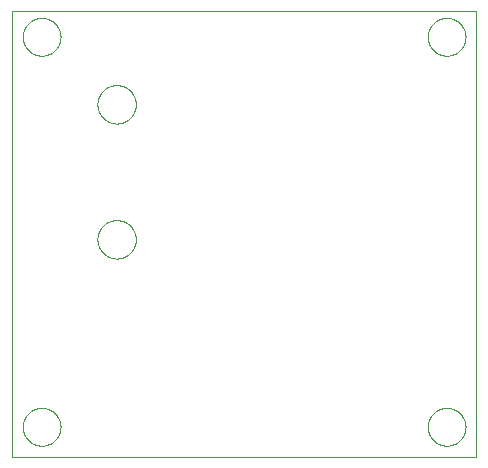
<source format=gko>
G75*
%MOIN*%
%OFA0B0*%
%FSLAX25Y25*%
%IPPOS*%
%LPD*%
%AMOC8*
5,1,8,0,0,1.08239X$1,22.5*
%
%ADD10C,0.00000*%
D10*
X0011210Y0003520D02*
X0011210Y0152220D01*
X0166131Y0152220D01*
X0166131Y0003520D01*
X0011210Y0003520D01*
X0014911Y0013520D02*
X0014913Y0013678D01*
X0014919Y0013836D01*
X0014929Y0013994D01*
X0014943Y0014152D01*
X0014961Y0014309D01*
X0014982Y0014466D01*
X0015008Y0014622D01*
X0015038Y0014778D01*
X0015071Y0014933D01*
X0015109Y0015086D01*
X0015150Y0015239D01*
X0015195Y0015391D01*
X0015244Y0015542D01*
X0015297Y0015691D01*
X0015353Y0015839D01*
X0015413Y0015985D01*
X0015477Y0016130D01*
X0015545Y0016273D01*
X0015616Y0016415D01*
X0015690Y0016555D01*
X0015768Y0016692D01*
X0015850Y0016828D01*
X0015934Y0016962D01*
X0016023Y0017093D01*
X0016114Y0017222D01*
X0016209Y0017349D01*
X0016306Y0017474D01*
X0016407Y0017596D01*
X0016511Y0017715D01*
X0016618Y0017832D01*
X0016728Y0017946D01*
X0016841Y0018057D01*
X0016956Y0018166D01*
X0017074Y0018271D01*
X0017195Y0018373D01*
X0017318Y0018473D01*
X0017444Y0018569D01*
X0017572Y0018662D01*
X0017702Y0018752D01*
X0017835Y0018838D01*
X0017970Y0018922D01*
X0018106Y0019001D01*
X0018245Y0019078D01*
X0018386Y0019150D01*
X0018528Y0019220D01*
X0018672Y0019285D01*
X0018818Y0019347D01*
X0018965Y0019405D01*
X0019114Y0019460D01*
X0019264Y0019511D01*
X0019415Y0019558D01*
X0019567Y0019601D01*
X0019720Y0019640D01*
X0019875Y0019676D01*
X0020030Y0019707D01*
X0020186Y0019735D01*
X0020342Y0019759D01*
X0020499Y0019779D01*
X0020657Y0019795D01*
X0020814Y0019807D01*
X0020973Y0019815D01*
X0021131Y0019819D01*
X0021289Y0019819D01*
X0021447Y0019815D01*
X0021606Y0019807D01*
X0021763Y0019795D01*
X0021921Y0019779D01*
X0022078Y0019759D01*
X0022234Y0019735D01*
X0022390Y0019707D01*
X0022545Y0019676D01*
X0022700Y0019640D01*
X0022853Y0019601D01*
X0023005Y0019558D01*
X0023156Y0019511D01*
X0023306Y0019460D01*
X0023455Y0019405D01*
X0023602Y0019347D01*
X0023748Y0019285D01*
X0023892Y0019220D01*
X0024034Y0019150D01*
X0024175Y0019078D01*
X0024314Y0019001D01*
X0024450Y0018922D01*
X0024585Y0018838D01*
X0024718Y0018752D01*
X0024848Y0018662D01*
X0024976Y0018569D01*
X0025102Y0018473D01*
X0025225Y0018373D01*
X0025346Y0018271D01*
X0025464Y0018166D01*
X0025579Y0018057D01*
X0025692Y0017946D01*
X0025802Y0017832D01*
X0025909Y0017715D01*
X0026013Y0017596D01*
X0026114Y0017474D01*
X0026211Y0017349D01*
X0026306Y0017222D01*
X0026397Y0017093D01*
X0026486Y0016962D01*
X0026570Y0016828D01*
X0026652Y0016692D01*
X0026730Y0016555D01*
X0026804Y0016415D01*
X0026875Y0016273D01*
X0026943Y0016130D01*
X0027007Y0015985D01*
X0027067Y0015839D01*
X0027123Y0015691D01*
X0027176Y0015542D01*
X0027225Y0015391D01*
X0027270Y0015239D01*
X0027311Y0015086D01*
X0027349Y0014933D01*
X0027382Y0014778D01*
X0027412Y0014622D01*
X0027438Y0014466D01*
X0027459Y0014309D01*
X0027477Y0014152D01*
X0027491Y0013994D01*
X0027501Y0013836D01*
X0027507Y0013678D01*
X0027509Y0013520D01*
X0027507Y0013362D01*
X0027501Y0013204D01*
X0027491Y0013046D01*
X0027477Y0012888D01*
X0027459Y0012731D01*
X0027438Y0012574D01*
X0027412Y0012418D01*
X0027382Y0012262D01*
X0027349Y0012107D01*
X0027311Y0011954D01*
X0027270Y0011801D01*
X0027225Y0011649D01*
X0027176Y0011498D01*
X0027123Y0011349D01*
X0027067Y0011201D01*
X0027007Y0011055D01*
X0026943Y0010910D01*
X0026875Y0010767D01*
X0026804Y0010625D01*
X0026730Y0010485D01*
X0026652Y0010348D01*
X0026570Y0010212D01*
X0026486Y0010078D01*
X0026397Y0009947D01*
X0026306Y0009818D01*
X0026211Y0009691D01*
X0026114Y0009566D01*
X0026013Y0009444D01*
X0025909Y0009325D01*
X0025802Y0009208D01*
X0025692Y0009094D01*
X0025579Y0008983D01*
X0025464Y0008874D01*
X0025346Y0008769D01*
X0025225Y0008667D01*
X0025102Y0008567D01*
X0024976Y0008471D01*
X0024848Y0008378D01*
X0024718Y0008288D01*
X0024585Y0008202D01*
X0024450Y0008118D01*
X0024314Y0008039D01*
X0024175Y0007962D01*
X0024034Y0007890D01*
X0023892Y0007820D01*
X0023748Y0007755D01*
X0023602Y0007693D01*
X0023455Y0007635D01*
X0023306Y0007580D01*
X0023156Y0007529D01*
X0023005Y0007482D01*
X0022853Y0007439D01*
X0022700Y0007400D01*
X0022545Y0007364D01*
X0022390Y0007333D01*
X0022234Y0007305D01*
X0022078Y0007281D01*
X0021921Y0007261D01*
X0021763Y0007245D01*
X0021606Y0007233D01*
X0021447Y0007225D01*
X0021289Y0007221D01*
X0021131Y0007221D01*
X0020973Y0007225D01*
X0020814Y0007233D01*
X0020657Y0007245D01*
X0020499Y0007261D01*
X0020342Y0007281D01*
X0020186Y0007305D01*
X0020030Y0007333D01*
X0019875Y0007364D01*
X0019720Y0007400D01*
X0019567Y0007439D01*
X0019415Y0007482D01*
X0019264Y0007529D01*
X0019114Y0007580D01*
X0018965Y0007635D01*
X0018818Y0007693D01*
X0018672Y0007755D01*
X0018528Y0007820D01*
X0018386Y0007890D01*
X0018245Y0007962D01*
X0018106Y0008039D01*
X0017970Y0008118D01*
X0017835Y0008202D01*
X0017702Y0008288D01*
X0017572Y0008378D01*
X0017444Y0008471D01*
X0017318Y0008567D01*
X0017195Y0008667D01*
X0017074Y0008769D01*
X0016956Y0008874D01*
X0016841Y0008983D01*
X0016728Y0009094D01*
X0016618Y0009208D01*
X0016511Y0009325D01*
X0016407Y0009444D01*
X0016306Y0009566D01*
X0016209Y0009691D01*
X0016114Y0009818D01*
X0016023Y0009947D01*
X0015934Y0010078D01*
X0015850Y0010212D01*
X0015768Y0010348D01*
X0015690Y0010485D01*
X0015616Y0010625D01*
X0015545Y0010767D01*
X0015477Y0010910D01*
X0015413Y0011055D01*
X0015353Y0011201D01*
X0015297Y0011349D01*
X0015244Y0011498D01*
X0015195Y0011649D01*
X0015150Y0011801D01*
X0015109Y0011954D01*
X0015071Y0012107D01*
X0015038Y0012262D01*
X0015008Y0012418D01*
X0014982Y0012574D01*
X0014961Y0012731D01*
X0014943Y0012888D01*
X0014929Y0013046D01*
X0014919Y0013204D01*
X0014913Y0013362D01*
X0014911Y0013520D01*
X0039812Y0076020D02*
X0039814Y0076180D01*
X0039820Y0076339D01*
X0039830Y0076498D01*
X0039844Y0076657D01*
X0039862Y0076816D01*
X0039883Y0076974D01*
X0039909Y0077131D01*
X0039939Y0077288D01*
X0039972Y0077444D01*
X0040010Y0077599D01*
X0040051Y0077753D01*
X0040096Y0077906D01*
X0040145Y0078058D01*
X0040198Y0078208D01*
X0040254Y0078357D01*
X0040314Y0078505D01*
X0040378Y0078651D01*
X0040446Y0078796D01*
X0040517Y0078939D01*
X0040591Y0079080D01*
X0040669Y0079219D01*
X0040751Y0079356D01*
X0040836Y0079491D01*
X0040924Y0079624D01*
X0041015Y0079755D01*
X0041110Y0079883D01*
X0041208Y0080009D01*
X0041309Y0080133D01*
X0041413Y0080253D01*
X0041520Y0080372D01*
X0041630Y0080487D01*
X0041743Y0080600D01*
X0041858Y0080710D01*
X0041977Y0080817D01*
X0042097Y0080921D01*
X0042221Y0081022D01*
X0042347Y0081120D01*
X0042475Y0081215D01*
X0042606Y0081306D01*
X0042739Y0081394D01*
X0042874Y0081479D01*
X0043011Y0081561D01*
X0043150Y0081639D01*
X0043291Y0081713D01*
X0043434Y0081784D01*
X0043579Y0081852D01*
X0043725Y0081916D01*
X0043873Y0081976D01*
X0044022Y0082032D01*
X0044172Y0082085D01*
X0044324Y0082134D01*
X0044477Y0082179D01*
X0044631Y0082220D01*
X0044786Y0082258D01*
X0044942Y0082291D01*
X0045099Y0082321D01*
X0045256Y0082347D01*
X0045414Y0082368D01*
X0045573Y0082386D01*
X0045732Y0082400D01*
X0045891Y0082410D01*
X0046050Y0082416D01*
X0046210Y0082418D01*
X0046370Y0082416D01*
X0046529Y0082410D01*
X0046688Y0082400D01*
X0046847Y0082386D01*
X0047006Y0082368D01*
X0047164Y0082347D01*
X0047321Y0082321D01*
X0047478Y0082291D01*
X0047634Y0082258D01*
X0047789Y0082220D01*
X0047943Y0082179D01*
X0048096Y0082134D01*
X0048248Y0082085D01*
X0048398Y0082032D01*
X0048547Y0081976D01*
X0048695Y0081916D01*
X0048841Y0081852D01*
X0048986Y0081784D01*
X0049129Y0081713D01*
X0049270Y0081639D01*
X0049409Y0081561D01*
X0049546Y0081479D01*
X0049681Y0081394D01*
X0049814Y0081306D01*
X0049945Y0081215D01*
X0050073Y0081120D01*
X0050199Y0081022D01*
X0050323Y0080921D01*
X0050443Y0080817D01*
X0050562Y0080710D01*
X0050677Y0080600D01*
X0050790Y0080487D01*
X0050900Y0080372D01*
X0051007Y0080253D01*
X0051111Y0080133D01*
X0051212Y0080009D01*
X0051310Y0079883D01*
X0051405Y0079755D01*
X0051496Y0079624D01*
X0051584Y0079491D01*
X0051669Y0079356D01*
X0051751Y0079219D01*
X0051829Y0079080D01*
X0051903Y0078939D01*
X0051974Y0078796D01*
X0052042Y0078651D01*
X0052106Y0078505D01*
X0052166Y0078357D01*
X0052222Y0078208D01*
X0052275Y0078058D01*
X0052324Y0077906D01*
X0052369Y0077753D01*
X0052410Y0077599D01*
X0052448Y0077444D01*
X0052481Y0077288D01*
X0052511Y0077131D01*
X0052537Y0076974D01*
X0052558Y0076816D01*
X0052576Y0076657D01*
X0052590Y0076498D01*
X0052600Y0076339D01*
X0052606Y0076180D01*
X0052608Y0076020D01*
X0052606Y0075860D01*
X0052600Y0075701D01*
X0052590Y0075542D01*
X0052576Y0075383D01*
X0052558Y0075224D01*
X0052537Y0075066D01*
X0052511Y0074909D01*
X0052481Y0074752D01*
X0052448Y0074596D01*
X0052410Y0074441D01*
X0052369Y0074287D01*
X0052324Y0074134D01*
X0052275Y0073982D01*
X0052222Y0073832D01*
X0052166Y0073683D01*
X0052106Y0073535D01*
X0052042Y0073389D01*
X0051974Y0073244D01*
X0051903Y0073101D01*
X0051829Y0072960D01*
X0051751Y0072821D01*
X0051669Y0072684D01*
X0051584Y0072549D01*
X0051496Y0072416D01*
X0051405Y0072285D01*
X0051310Y0072157D01*
X0051212Y0072031D01*
X0051111Y0071907D01*
X0051007Y0071787D01*
X0050900Y0071668D01*
X0050790Y0071553D01*
X0050677Y0071440D01*
X0050562Y0071330D01*
X0050443Y0071223D01*
X0050323Y0071119D01*
X0050199Y0071018D01*
X0050073Y0070920D01*
X0049945Y0070825D01*
X0049814Y0070734D01*
X0049681Y0070646D01*
X0049546Y0070561D01*
X0049409Y0070479D01*
X0049270Y0070401D01*
X0049129Y0070327D01*
X0048986Y0070256D01*
X0048841Y0070188D01*
X0048695Y0070124D01*
X0048547Y0070064D01*
X0048398Y0070008D01*
X0048248Y0069955D01*
X0048096Y0069906D01*
X0047943Y0069861D01*
X0047789Y0069820D01*
X0047634Y0069782D01*
X0047478Y0069749D01*
X0047321Y0069719D01*
X0047164Y0069693D01*
X0047006Y0069672D01*
X0046847Y0069654D01*
X0046688Y0069640D01*
X0046529Y0069630D01*
X0046370Y0069624D01*
X0046210Y0069622D01*
X0046050Y0069624D01*
X0045891Y0069630D01*
X0045732Y0069640D01*
X0045573Y0069654D01*
X0045414Y0069672D01*
X0045256Y0069693D01*
X0045099Y0069719D01*
X0044942Y0069749D01*
X0044786Y0069782D01*
X0044631Y0069820D01*
X0044477Y0069861D01*
X0044324Y0069906D01*
X0044172Y0069955D01*
X0044022Y0070008D01*
X0043873Y0070064D01*
X0043725Y0070124D01*
X0043579Y0070188D01*
X0043434Y0070256D01*
X0043291Y0070327D01*
X0043150Y0070401D01*
X0043011Y0070479D01*
X0042874Y0070561D01*
X0042739Y0070646D01*
X0042606Y0070734D01*
X0042475Y0070825D01*
X0042347Y0070920D01*
X0042221Y0071018D01*
X0042097Y0071119D01*
X0041977Y0071223D01*
X0041858Y0071330D01*
X0041743Y0071440D01*
X0041630Y0071553D01*
X0041520Y0071668D01*
X0041413Y0071787D01*
X0041309Y0071907D01*
X0041208Y0072031D01*
X0041110Y0072157D01*
X0041015Y0072285D01*
X0040924Y0072416D01*
X0040836Y0072549D01*
X0040751Y0072684D01*
X0040669Y0072821D01*
X0040591Y0072960D01*
X0040517Y0073101D01*
X0040446Y0073244D01*
X0040378Y0073389D01*
X0040314Y0073535D01*
X0040254Y0073683D01*
X0040198Y0073832D01*
X0040145Y0073982D01*
X0040096Y0074134D01*
X0040051Y0074287D01*
X0040010Y0074441D01*
X0039972Y0074596D01*
X0039939Y0074752D01*
X0039909Y0074909D01*
X0039883Y0075066D01*
X0039862Y0075224D01*
X0039844Y0075383D01*
X0039830Y0075542D01*
X0039820Y0075701D01*
X0039814Y0075860D01*
X0039812Y0076020D01*
X0039812Y0121020D02*
X0039814Y0121180D01*
X0039820Y0121339D01*
X0039830Y0121498D01*
X0039844Y0121657D01*
X0039862Y0121816D01*
X0039883Y0121974D01*
X0039909Y0122131D01*
X0039939Y0122288D01*
X0039972Y0122444D01*
X0040010Y0122599D01*
X0040051Y0122753D01*
X0040096Y0122906D01*
X0040145Y0123058D01*
X0040198Y0123208D01*
X0040254Y0123357D01*
X0040314Y0123505D01*
X0040378Y0123651D01*
X0040446Y0123796D01*
X0040517Y0123939D01*
X0040591Y0124080D01*
X0040669Y0124219D01*
X0040751Y0124356D01*
X0040836Y0124491D01*
X0040924Y0124624D01*
X0041015Y0124755D01*
X0041110Y0124883D01*
X0041208Y0125009D01*
X0041309Y0125133D01*
X0041413Y0125253D01*
X0041520Y0125372D01*
X0041630Y0125487D01*
X0041743Y0125600D01*
X0041858Y0125710D01*
X0041977Y0125817D01*
X0042097Y0125921D01*
X0042221Y0126022D01*
X0042347Y0126120D01*
X0042475Y0126215D01*
X0042606Y0126306D01*
X0042739Y0126394D01*
X0042874Y0126479D01*
X0043011Y0126561D01*
X0043150Y0126639D01*
X0043291Y0126713D01*
X0043434Y0126784D01*
X0043579Y0126852D01*
X0043725Y0126916D01*
X0043873Y0126976D01*
X0044022Y0127032D01*
X0044172Y0127085D01*
X0044324Y0127134D01*
X0044477Y0127179D01*
X0044631Y0127220D01*
X0044786Y0127258D01*
X0044942Y0127291D01*
X0045099Y0127321D01*
X0045256Y0127347D01*
X0045414Y0127368D01*
X0045573Y0127386D01*
X0045732Y0127400D01*
X0045891Y0127410D01*
X0046050Y0127416D01*
X0046210Y0127418D01*
X0046370Y0127416D01*
X0046529Y0127410D01*
X0046688Y0127400D01*
X0046847Y0127386D01*
X0047006Y0127368D01*
X0047164Y0127347D01*
X0047321Y0127321D01*
X0047478Y0127291D01*
X0047634Y0127258D01*
X0047789Y0127220D01*
X0047943Y0127179D01*
X0048096Y0127134D01*
X0048248Y0127085D01*
X0048398Y0127032D01*
X0048547Y0126976D01*
X0048695Y0126916D01*
X0048841Y0126852D01*
X0048986Y0126784D01*
X0049129Y0126713D01*
X0049270Y0126639D01*
X0049409Y0126561D01*
X0049546Y0126479D01*
X0049681Y0126394D01*
X0049814Y0126306D01*
X0049945Y0126215D01*
X0050073Y0126120D01*
X0050199Y0126022D01*
X0050323Y0125921D01*
X0050443Y0125817D01*
X0050562Y0125710D01*
X0050677Y0125600D01*
X0050790Y0125487D01*
X0050900Y0125372D01*
X0051007Y0125253D01*
X0051111Y0125133D01*
X0051212Y0125009D01*
X0051310Y0124883D01*
X0051405Y0124755D01*
X0051496Y0124624D01*
X0051584Y0124491D01*
X0051669Y0124356D01*
X0051751Y0124219D01*
X0051829Y0124080D01*
X0051903Y0123939D01*
X0051974Y0123796D01*
X0052042Y0123651D01*
X0052106Y0123505D01*
X0052166Y0123357D01*
X0052222Y0123208D01*
X0052275Y0123058D01*
X0052324Y0122906D01*
X0052369Y0122753D01*
X0052410Y0122599D01*
X0052448Y0122444D01*
X0052481Y0122288D01*
X0052511Y0122131D01*
X0052537Y0121974D01*
X0052558Y0121816D01*
X0052576Y0121657D01*
X0052590Y0121498D01*
X0052600Y0121339D01*
X0052606Y0121180D01*
X0052608Y0121020D01*
X0052606Y0120860D01*
X0052600Y0120701D01*
X0052590Y0120542D01*
X0052576Y0120383D01*
X0052558Y0120224D01*
X0052537Y0120066D01*
X0052511Y0119909D01*
X0052481Y0119752D01*
X0052448Y0119596D01*
X0052410Y0119441D01*
X0052369Y0119287D01*
X0052324Y0119134D01*
X0052275Y0118982D01*
X0052222Y0118832D01*
X0052166Y0118683D01*
X0052106Y0118535D01*
X0052042Y0118389D01*
X0051974Y0118244D01*
X0051903Y0118101D01*
X0051829Y0117960D01*
X0051751Y0117821D01*
X0051669Y0117684D01*
X0051584Y0117549D01*
X0051496Y0117416D01*
X0051405Y0117285D01*
X0051310Y0117157D01*
X0051212Y0117031D01*
X0051111Y0116907D01*
X0051007Y0116787D01*
X0050900Y0116668D01*
X0050790Y0116553D01*
X0050677Y0116440D01*
X0050562Y0116330D01*
X0050443Y0116223D01*
X0050323Y0116119D01*
X0050199Y0116018D01*
X0050073Y0115920D01*
X0049945Y0115825D01*
X0049814Y0115734D01*
X0049681Y0115646D01*
X0049546Y0115561D01*
X0049409Y0115479D01*
X0049270Y0115401D01*
X0049129Y0115327D01*
X0048986Y0115256D01*
X0048841Y0115188D01*
X0048695Y0115124D01*
X0048547Y0115064D01*
X0048398Y0115008D01*
X0048248Y0114955D01*
X0048096Y0114906D01*
X0047943Y0114861D01*
X0047789Y0114820D01*
X0047634Y0114782D01*
X0047478Y0114749D01*
X0047321Y0114719D01*
X0047164Y0114693D01*
X0047006Y0114672D01*
X0046847Y0114654D01*
X0046688Y0114640D01*
X0046529Y0114630D01*
X0046370Y0114624D01*
X0046210Y0114622D01*
X0046050Y0114624D01*
X0045891Y0114630D01*
X0045732Y0114640D01*
X0045573Y0114654D01*
X0045414Y0114672D01*
X0045256Y0114693D01*
X0045099Y0114719D01*
X0044942Y0114749D01*
X0044786Y0114782D01*
X0044631Y0114820D01*
X0044477Y0114861D01*
X0044324Y0114906D01*
X0044172Y0114955D01*
X0044022Y0115008D01*
X0043873Y0115064D01*
X0043725Y0115124D01*
X0043579Y0115188D01*
X0043434Y0115256D01*
X0043291Y0115327D01*
X0043150Y0115401D01*
X0043011Y0115479D01*
X0042874Y0115561D01*
X0042739Y0115646D01*
X0042606Y0115734D01*
X0042475Y0115825D01*
X0042347Y0115920D01*
X0042221Y0116018D01*
X0042097Y0116119D01*
X0041977Y0116223D01*
X0041858Y0116330D01*
X0041743Y0116440D01*
X0041630Y0116553D01*
X0041520Y0116668D01*
X0041413Y0116787D01*
X0041309Y0116907D01*
X0041208Y0117031D01*
X0041110Y0117157D01*
X0041015Y0117285D01*
X0040924Y0117416D01*
X0040836Y0117549D01*
X0040751Y0117684D01*
X0040669Y0117821D01*
X0040591Y0117960D01*
X0040517Y0118101D01*
X0040446Y0118244D01*
X0040378Y0118389D01*
X0040314Y0118535D01*
X0040254Y0118683D01*
X0040198Y0118832D01*
X0040145Y0118982D01*
X0040096Y0119134D01*
X0040051Y0119287D01*
X0040010Y0119441D01*
X0039972Y0119596D01*
X0039939Y0119752D01*
X0039909Y0119909D01*
X0039883Y0120066D01*
X0039862Y0120224D01*
X0039844Y0120383D01*
X0039830Y0120542D01*
X0039820Y0120701D01*
X0039814Y0120860D01*
X0039812Y0121020D01*
X0014911Y0143520D02*
X0014913Y0143678D01*
X0014919Y0143836D01*
X0014929Y0143994D01*
X0014943Y0144152D01*
X0014961Y0144309D01*
X0014982Y0144466D01*
X0015008Y0144622D01*
X0015038Y0144778D01*
X0015071Y0144933D01*
X0015109Y0145086D01*
X0015150Y0145239D01*
X0015195Y0145391D01*
X0015244Y0145542D01*
X0015297Y0145691D01*
X0015353Y0145839D01*
X0015413Y0145985D01*
X0015477Y0146130D01*
X0015545Y0146273D01*
X0015616Y0146415D01*
X0015690Y0146555D01*
X0015768Y0146692D01*
X0015850Y0146828D01*
X0015934Y0146962D01*
X0016023Y0147093D01*
X0016114Y0147222D01*
X0016209Y0147349D01*
X0016306Y0147474D01*
X0016407Y0147596D01*
X0016511Y0147715D01*
X0016618Y0147832D01*
X0016728Y0147946D01*
X0016841Y0148057D01*
X0016956Y0148166D01*
X0017074Y0148271D01*
X0017195Y0148373D01*
X0017318Y0148473D01*
X0017444Y0148569D01*
X0017572Y0148662D01*
X0017702Y0148752D01*
X0017835Y0148838D01*
X0017970Y0148922D01*
X0018106Y0149001D01*
X0018245Y0149078D01*
X0018386Y0149150D01*
X0018528Y0149220D01*
X0018672Y0149285D01*
X0018818Y0149347D01*
X0018965Y0149405D01*
X0019114Y0149460D01*
X0019264Y0149511D01*
X0019415Y0149558D01*
X0019567Y0149601D01*
X0019720Y0149640D01*
X0019875Y0149676D01*
X0020030Y0149707D01*
X0020186Y0149735D01*
X0020342Y0149759D01*
X0020499Y0149779D01*
X0020657Y0149795D01*
X0020814Y0149807D01*
X0020973Y0149815D01*
X0021131Y0149819D01*
X0021289Y0149819D01*
X0021447Y0149815D01*
X0021606Y0149807D01*
X0021763Y0149795D01*
X0021921Y0149779D01*
X0022078Y0149759D01*
X0022234Y0149735D01*
X0022390Y0149707D01*
X0022545Y0149676D01*
X0022700Y0149640D01*
X0022853Y0149601D01*
X0023005Y0149558D01*
X0023156Y0149511D01*
X0023306Y0149460D01*
X0023455Y0149405D01*
X0023602Y0149347D01*
X0023748Y0149285D01*
X0023892Y0149220D01*
X0024034Y0149150D01*
X0024175Y0149078D01*
X0024314Y0149001D01*
X0024450Y0148922D01*
X0024585Y0148838D01*
X0024718Y0148752D01*
X0024848Y0148662D01*
X0024976Y0148569D01*
X0025102Y0148473D01*
X0025225Y0148373D01*
X0025346Y0148271D01*
X0025464Y0148166D01*
X0025579Y0148057D01*
X0025692Y0147946D01*
X0025802Y0147832D01*
X0025909Y0147715D01*
X0026013Y0147596D01*
X0026114Y0147474D01*
X0026211Y0147349D01*
X0026306Y0147222D01*
X0026397Y0147093D01*
X0026486Y0146962D01*
X0026570Y0146828D01*
X0026652Y0146692D01*
X0026730Y0146555D01*
X0026804Y0146415D01*
X0026875Y0146273D01*
X0026943Y0146130D01*
X0027007Y0145985D01*
X0027067Y0145839D01*
X0027123Y0145691D01*
X0027176Y0145542D01*
X0027225Y0145391D01*
X0027270Y0145239D01*
X0027311Y0145086D01*
X0027349Y0144933D01*
X0027382Y0144778D01*
X0027412Y0144622D01*
X0027438Y0144466D01*
X0027459Y0144309D01*
X0027477Y0144152D01*
X0027491Y0143994D01*
X0027501Y0143836D01*
X0027507Y0143678D01*
X0027509Y0143520D01*
X0027507Y0143362D01*
X0027501Y0143204D01*
X0027491Y0143046D01*
X0027477Y0142888D01*
X0027459Y0142731D01*
X0027438Y0142574D01*
X0027412Y0142418D01*
X0027382Y0142262D01*
X0027349Y0142107D01*
X0027311Y0141954D01*
X0027270Y0141801D01*
X0027225Y0141649D01*
X0027176Y0141498D01*
X0027123Y0141349D01*
X0027067Y0141201D01*
X0027007Y0141055D01*
X0026943Y0140910D01*
X0026875Y0140767D01*
X0026804Y0140625D01*
X0026730Y0140485D01*
X0026652Y0140348D01*
X0026570Y0140212D01*
X0026486Y0140078D01*
X0026397Y0139947D01*
X0026306Y0139818D01*
X0026211Y0139691D01*
X0026114Y0139566D01*
X0026013Y0139444D01*
X0025909Y0139325D01*
X0025802Y0139208D01*
X0025692Y0139094D01*
X0025579Y0138983D01*
X0025464Y0138874D01*
X0025346Y0138769D01*
X0025225Y0138667D01*
X0025102Y0138567D01*
X0024976Y0138471D01*
X0024848Y0138378D01*
X0024718Y0138288D01*
X0024585Y0138202D01*
X0024450Y0138118D01*
X0024314Y0138039D01*
X0024175Y0137962D01*
X0024034Y0137890D01*
X0023892Y0137820D01*
X0023748Y0137755D01*
X0023602Y0137693D01*
X0023455Y0137635D01*
X0023306Y0137580D01*
X0023156Y0137529D01*
X0023005Y0137482D01*
X0022853Y0137439D01*
X0022700Y0137400D01*
X0022545Y0137364D01*
X0022390Y0137333D01*
X0022234Y0137305D01*
X0022078Y0137281D01*
X0021921Y0137261D01*
X0021763Y0137245D01*
X0021606Y0137233D01*
X0021447Y0137225D01*
X0021289Y0137221D01*
X0021131Y0137221D01*
X0020973Y0137225D01*
X0020814Y0137233D01*
X0020657Y0137245D01*
X0020499Y0137261D01*
X0020342Y0137281D01*
X0020186Y0137305D01*
X0020030Y0137333D01*
X0019875Y0137364D01*
X0019720Y0137400D01*
X0019567Y0137439D01*
X0019415Y0137482D01*
X0019264Y0137529D01*
X0019114Y0137580D01*
X0018965Y0137635D01*
X0018818Y0137693D01*
X0018672Y0137755D01*
X0018528Y0137820D01*
X0018386Y0137890D01*
X0018245Y0137962D01*
X0018106Y0138039D01*
X0017970Y0138118D01*
X0017835Y0138202D01*
X0017702Y0138288D01*
X0017572Y0138378D01*
X0017444Y0138471D01*
X0017318Y0138567D01*
X0017195Y0138667D01*
X0017074Y0138769D01*
X0016956Y0138874D01*
X0016841Y0138983D01*
X0016728Y0139094D01*
X0016618Y0139208D01*
X0016511Y0139325D01*
X0016407Y0139444D01*
X0016306Y0139566D01*
X0016209Y0139691D01*
X0016114Y0139818D01*
X0016023Y0139947D01*
X0015934Y0140078D01*
X0015850Y0140212D01*
X0015768Y0140348D01*
X0015690Y0140485D01*
X0015616Y0140625D01*
X0015545Y0140767D01*
X0015477Y0140910D01*
X0015413Y0141055D01*
X0015353Y0141201D01*
X0015297Y0141349D01*
X0015244Y0141498D01*
X0015195Y0141649D01*
X0015150Y0141801D01*
X0015109Y0141954D01*
X0015071Y0142107D01*
X0015038Y0142262D01*
X0015008Y0142418D01*
X0014982Y0142574D01*
X0014961Y0142731D01*
X0014943Y0142888D01*
X0014929Y0143046D01*
X0014919Y0143204D01*
X0014913Y0143362D01*
X0014911Y0143520D01*
X0149911Y0143520D02*
X0149913Y0143678D01*
X0149919Y0143836D01*
X0149929Y0143994D01*
X0149943Y0144152D01*
X0149961Y0144309D01*
X0149982Y0144466D01*
X0150008Y0144622D01*
X0150038Y0144778D01*
X0150071Y0144933D01*
X0150109Y0145086D01*
X0150150Y0145239D01*
X0150195Y0145391D01*
X0150244Y0145542D01*
X0150297Y0145691D01*
X0150353Y0145839D01*
X0150413Y0145985D01*
X0150477Y0146130D01*
X0150545Y0146273D01*
X0150616Y0146415D01*
X0150690Y0146555D01*
X0150768Y0146692D01*
X0150850Y0146828D01*
X0150934Y0146962D01*
X0151023Y0147093D01*
X0151114Y0147222D01*
X0151209Y0147349D01*
X0151306Y0147474D01*
X0151407Y0147596D01*
X0151511Y0147715D01*
X0151618Y0147832D01*
X0151728Y0147946D01*
X0151841Y0148057D01*
X0151956Y0148166D01*
X0152074Y0148271D01*
X0152195Y0148373D01*
X0152318Y0148473D01*
X0152444Y0148569D01*
X0152572Y0148662D01*
X0152702Y0148752D01*
X0152835Y0148838D01*
X0152970Y0148922D01*
X0153106Y0149001D01*
X0153245Y0149078D01*
X0153386Y0149150D01*
X0153528Y0149220D01*
X0153672Y0149285D01*
X0153818Y0149347D01*
X0153965Y0149405D01*
X0154114Y0149460D01*
X0154264Y0149511D01*
X0154415Y0149558D01*
X0154567Y0149601D01*
X0154720Y0149640D01*
X0154875Y0149676D01*
X0155030Y0149707D01*
X0155186Y0149735D01*
X0155342Y0149759D01*
X0155499Y0149779D01*
X0155657Y0149795D01*
X0155814Y0149807D01*
X0155973Y0149815D01*
X0156131Y0149819D01*
X0156289Y0149819D01*
X0156447Y0149815D01*
X0156606Y0149807D01*
X0156763Y0149795D01*
X0156921Y0149779D01*
X0157078Y0149759D01*
X0157234Y0149735D01*
X0157390Y0149707D01*
X0157545Y0149676D01*
X0157700Y0149640D01*
X0157853Y0149601D01*
X0158005Y0149558D01*
X0158156Y0149511D01*
X0158306Y0149460D01*
X0158455Y0149405D01*
X0158602Y0149347D01*
X0158748Y0149285D01*
X0158892Y0149220D01*
X0159034Y0149150D01*
X0159175Y0149078D01*
X0159314Y0149001D01*
X0159450Y0148922D01*
X0159585Y0148838D01*
X0159718Y0148752D01*
X0159848Y0148662D01*
X0159976Y0148569D01*
X0160102Y0148473D01*
X0160225Y0148373D01*
X0160346Y0148271D01*
X0160464Y0148166D01*
X0160579Y0148057D01*
X0160692Y0147946D01*
X0160802Y0147832D01*
X0160909Y0147715D01*
X0161013Y0147596D01*
X0161114Y0147474D01*
X0161211Y0147349D01*
X0161306Y0147222D01*
X0161397Y0147093D01*
X0161486Y0146962D01*
X0161570Y0146828D01*
X0161652Y0146692D01*
X0161730Y0146555D01*
X0161804Y0146415D01*
X0161875Y0146273D01*
X0161943Y0146130D01*
X0162007Y0145985D01*
X0162067Y0145839D01*
X0162123Y0145691D01*
X0162176Y0145542D01*
X0162225Y0145391D01*
X0162270Y0145239D01*
X0162311Y0145086D01*
X0162349Y0144933D01*
X0162382Y0144778D01*
X0162412Y0144622D01*
X0162438Y0144466D01*
X0162459Y0144309D01*
X0162477Y0144152D01*
X0162491Y0143994D01*
X0162501Y0143836D01*
X0162507Y0143678D01*
X0162509Y0143520D01*
X0162507Y0143362D01*
X0162501Y0143204D01*
X0162491Y0143046D01*
X0162477Y0142888D01*
X0162459Y0142731D01*
X0162438Y0142574D01*
X0162412Y0142418D01*
X0162382Y0142262D01*
X0162349Y0142107D01*
X0162311Y0141954D01*
X0162270Y0141801D01*
X0162225Y0141649D01*
X0162176Y0141498D01*
X0162123Y0141349D01*
X0162067Y0141201D01*
X0162007Y0141055D01*
X0161943Y0140910D01*
X0161875Y0140767D01*
X0161804Y0140625D01*
X0161730Y0140485D01*
X0161652Y0140348D01*
X0161570Y0140212D01*
X0161486Y0140078D01*
X0161397Y0139947D01*
X0161306Y0139818D01*
X0161211Y0139691D01*
X0161114Y0139566D01*
X0161013Y0139444D01*
X0160909Y0139325D01*
X0160802Y0139208D01*
X0160692Y0139094D01*
X0160579Y0138983D01*
X0160464Y0138874D01*
X0160346Y0138769D01*
X0160225Y0138667D01*
X0160102Y0138567D01*
X0159976Y0138471D01*
X0159848Y0138378D01*
X0159718Y0138288D01*
X0159585Y0138202D01*
X0159450Y0138118D01*
X0159314Y0138039D01*
X0159175Y0137962D01*
X0159034Y0137890D01*
X0158892Y0137820D01*
X0158748Y0137755D01*
X0158602Y0137693D01*
X0158455Y0137635D01*
X0158306Y0137580D01*
X0158156Y0137529D01*
X0158005Y0137482D01*
X0157853Y0137439D01*
X0157700Y0137400D01*
X0157545Y0137364D01*
X0157390Y0137333D01*
X0157234Y0137305D01*
X0157078Y0137281D01*
X0156921Y0137261D01*
X0156763Y0137245D01*
X0156606Y0137233D01*
X0156447Y0137225D01*
X0156289Y0137221D01*
X0156131Y0137221D01*
X0155973Y0137225D01*
X0155814Y0137233D01*
X0155657Y0137245D01*
X0155499Y0137261D01*
X0155342Y0137281D01*
X0155186Y0137305D01*
X0155030Y0137333D01*
X0154875Y0137364D01*
X0154720Y0137400D01*
X0154567Y0137439D01*
X0154415Y0137482D01*
X0154264Y0137529D01*
X0154114Y0137580D01*
X0153965Y0137635D01*
X0153818Y0137693D01*
X0153672Y0137755D01*
X0153528Y0137820D01*
X0153386Y0137890D01*
X0153245Y0137962D01*
X0153106Y0138039D01*
X0152970Y0138118D01*
X0152835Y0138202D01*
X0152702Y0138288D01*
X0152572Y0138378D01*
X0152444Y0138471D01*
X0152318Y0138567D01*
X0152195Y0138667D01*
X0152074Y0138769D01*
X0151956Y0138874D01*
X0151841Y0138983D01*
X0151728Y0139094D01*
X0151618Y0139208D01*
X0151511Y0139325D01*
X0151407Y0139444D01*
X0151306Y0139566D01*
X0151209Y0139691D01*
X0151114Y0139818D01*
X0151023Y0139947D01*
X0150934Y0140078D01*
X0150850Y0140212D01*
X0150768Y0140348D01*
X0150690Y0140485D01*
X0150616Y0140625D01*
X0150545Y0140767D01*
X0150477Y0140910D01*
X0150413Y0141055D01*
X0150353Y0141201D01*
X0150297Y0141349D01*
X0150244Y0141498D01*
X0150195Y0141649D01*
X0150150Y0141801D01*
X0150109Y0141954D01*
X0150071Y0142107D01*
X0150038Y0142262D01*
X0150008Y0142418D01*
X0149982Y0142574D01*
X0149961Y0142731D01*
X0149943Y0142888D01*
X0149929Y0143046D01*
X0149919Y0143204D01*
X0149913Y0143362D01*
X0149911Y0143520D01*
X0149911Y0013520D02*
X0149913Y0013678D01*
X0149919Y0013836D01*
X0149929Y0013994D01*
X0149943Y0014152D01*
X0149961Y0014309D01*
X0149982Y0014466D01*
X0150008Y0014622D01*
X0150038Y0014778D01*
X0150071Y0014933D01*
X0150109Y0015086D01*
X0150150Y0015239D01*
X0150195Y0015391D01*
X0150244Y0015542D01*
X0150297Y0015691D01*
X0150353Y0015839D01*
X0150413Y0015985D01*
X0150477Y0016130D01*
X0150545Y0016273D01*
X0150616Y0016415D01*
X0150690Y0016555D01*
X0150768Y0016692D01*
X0150850Y0016828D01*
X0150934Y0016962D01*
X0151023Y0017093D01*
X0151114Y0017222D01*
X0151209Y0017349D01*
X0151306Y0017474D01*
X0151407Y0017596D01*
X0151511Y0017715D01*
X0151618Y0017832D01*
X0151728Y0017946D01*
X0151841Y0018057D01*
X0151956Y0018166D01*
X0152074Y0018271D01*
X0152195Y0018373D01*
X0152318Y0018473D01*
X0152444Y0018569D01*
X0152572Y0018662D01*
X0152702Y0018752D01*
X0152835Y0018838D01*
X0152970Y0018922D01*
X0153106Y0019001D01*
X0153245Y0019078D01*
X0153386Y0019150D01*
X0153528Y0019220D01*
X0153672Y0019285D01*
X0153818Y0019347D01*
X0153965Y0019405D01*
X0154114Y0019460D01*
X0154264Y0019511D01*
X0154415Y0019558D01*
X0154567Y0019601D01*
X0154720Y0019640D01*
X0154875Y0019676D01*
X0155030Y0019707D01*
X0155186Y0019735D01*
X0155342Y0019759D01*
X0155499Y0019779D01*
X0155657Y0019795D01*
X0155814Y0019807D01*
X0155973Y0019815D01*
X0156131Y0019819D01*
X0156289Y0019819D01*
X0156447Y0019815D01*
X0156606Y0019807D01*
X0156763Y0019795D01*
X0156921Y0019779D01*
X0157078Y0019759D01*
X0157234Y0019735D01*
X0157390Y0019707D01*
X0157545Y0019676D01*
X0157700Y0019640D01*
X0157853Y0019601D01*
X0158005Y0019558D01*
X0158156Y0019511D01*
X0158306Y0019460D01*
X0158455Y0019405D01*
X0158602Y0019347D01*
X0158748Y0019285D01*
X0158892Y0019220D01*
X0159034Y0019150D01*
X0159175Y0019078D01*
X0159314Y0019001D01*
X0159450Y0018922D01*
X0159585Y0018838D01*
X0159718Y0018752D01*
X0159848Y0018662D01*
X0159976Y0018569D01*
X0160102Y0018473D01*
X0160225Y0018373D01*
X0160346Y0018271D01*
X0160464Y0018166D01*
X0160579Y0018057D01*
X0160692Y0017946D01*
X0160802Y0017832D01*
X0160909Y0017715D01*
X0161013Y0017596D01*
X0161114Y0017474D01*
X0161211Y0017349D01*
X0161306Y0017222D01*
X0161397Y0017093D01*
X0161486Y0016962D01*
X0161570Y0016828D01*
X0161652Y0016692D01*
X0161730Y0016555D01*
X0161804Y0016415D01*
X0161875Y0016273D01*
X0161943Y0016130D01*
X0162007Y0015985D01*
X0162067Y0015839D01*
X0162123Y0015691D01*
X0162176Y0015542D01*
X0162225Y0015391D01*
X0162270Y0015239D01*
X0162311Y0015086D01*
X0162349Y0014933D01*
X0162382Y0014778D01*
X0162412Y0014622D01*
X0162438Y0014466D01*
X0162459Y0014309D01*
X0162477Y0014152D01*
X0162491Y0013994D01*
X0162501Y0013836D01*
X0162507Y0013678D01*
X0162509Y0013520D01*
X0162507Y0013362D01*
X0162501Y0013204D01*
X0162491Y0013046D01*
X0162477Y0012888D01*
X0162459Y0012731D01*
X0162438Y0012574D01*
X0162412Y0012418D01*
X0162382Y0012262D01*
X0162349Y0012107D01*
X0162311Y0011954D01*
X0162270Y0011801D01*
X0162225Y0011649D01*
X0162176Y0011498D01*
X0162123Y0011349D01*
X0162067Y0011201D01*
X0162007Y0011055D01*
X0161943Y0010910D01*
X0161875Y0010767D01*
X0161804Y0010625D01*
X0161730Y0010485D01*
X0161652Y0010348D01*
X0161570Y0010212D01*
X0161486Y0010078D01*
X0161397Y0009947D01*
X0161306Y0009818D01*
X0161211Y0009691D01*
X0161114Y0009566D01*
X0161013Y0009444D01*
X0160909Y0009325D01*
X0160802Y0009208D01*
X0160692Y0009094D01*
X0160579Y0008983D01*
X0160464Y0008874D01*
X0160346Y0008769D01*
X0160225Y0008667D01*
X0160102Y0008567D01*
X0159976Y0008471D01*
X0159848Y0008378D01*
X0159718Y0008288D01*
X0159585Y0008202D01*
X0159450Y0008118D01*
X0159314Y0008039D01*
X0159175Y0007962D01*
X0159034Y0007890D01*
X0158892Y0007820D01*
X0158748Y0007755D01*
X0158602Y0007693D01*
X0158455Y0007635D01*
X0158306Y0007580D01*
X0158156Y0007529D01*
X0158005Y0007482D01*
X0157853Y0007439D01*
X0157700Y0007400D01*
X0157545Y0007364D01*
X0157390Y0007333D01*
X0157234Y0007305D01*
X0157078Y0007281D01*
X0156921Y0007261D01*
X0156763Y0007245D01*
X0156606Y0007233D01*
X0156447Y0007225D01*
X0156289Y0007221D01*
X0156131Y0007221D01*
X0155973Y0007225D01*
X0155814Y0007233D01*
X0155657Y0007245D01*
X0155499Y0007261D01*
X0155342Y0007281D01*
X0155186Y0007305D01*
X0155030Y0007333D01*
X0154875Y0007364D01*
X0154720Y0007400D01*
X0154567Y0007439D01*
X0154415Y0007482D01*
X0154264Y0007529D01*
X0154114Y0007580D01*
X0153965Y0007635D01*
X0153818Y0007693D01*
X0153672Y0007755D01*
X0153528Y0007820D01*
X0153386Y0007890D01*
X0153245Y0007962D01*
X0153106Y0008039D01*
X0152970Y0008118D01*
X0152835Y0008202D01*
X0152702Y0008288D01*
X0152572Y0008378D01*
X0152444Y0008471D01*
X0152318Y0008567D01*
X0152195Y0008667D01*
X0152074Y0008769D01*
X0151956Y0008874D01*
X0151841Y0008983D01*
X0151728Y0009094D01*
X0151618Y0009208D01*
X0151511Y0009325D01*
X0151407Y0009444D01*
X0151306Y0009566D01*
X0151209Y0009691D01*
X0151114Y0009818D01*
X0151023Y0009947D01*
X0150934Y0010078D01*
X0150850Y0010212D01*
X0150768Y0010348D01*
X0150690Y0010485D01*
X0150616Y0010625D01*
X0150545Y0010767D01*
X0150477Y0010910D01*
X0150413Y0011055D01*
X0150353Y0011201D01*
X0150297Y0011349D01*
X0150244Y0011498D01*
X0150195Y0011649D01*
X0150150Y0011801D01*
X0150109Y0011954D01*
X0150071Y0012107D01*
X0150038Y0012262D01*
X0150008Y0012418D01*
X0149982Y0012574D01*
X0149961Y0012731D01*
X0149943Y0012888D01*
X0149929Y0013046D01*
X0149919Y0013204D01*
X0149913Y0013362D01*
X0149911Y0013520D01*
M02*

</source>
